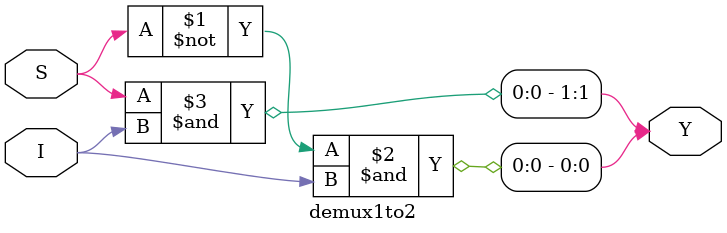
<source format=v>
module demux1to2 (
    input  I,      
    input  S,      
    output [1:0] Y 
);
    assign Y[0] = (~S) & I;  
    assign Y[1] = ( S) & I;  
endmodule


</source>
